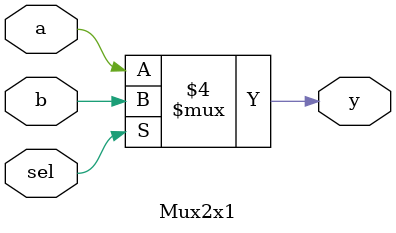
<source format=v>
`ifndef MUX2X1_V
`define	MUX2X1_V

module Mux2x1(a, b, sel, y);
	
  parameter width = 1;
  input wire[width-1:0] a, b;
  input wire sel;
	output reg[width-1:0] y;
	
	always @(*)
	begin
		if (sel == 1'b0)
			y = a;
		else 
			y = b;
	end

endmodule

`endif
</source>
